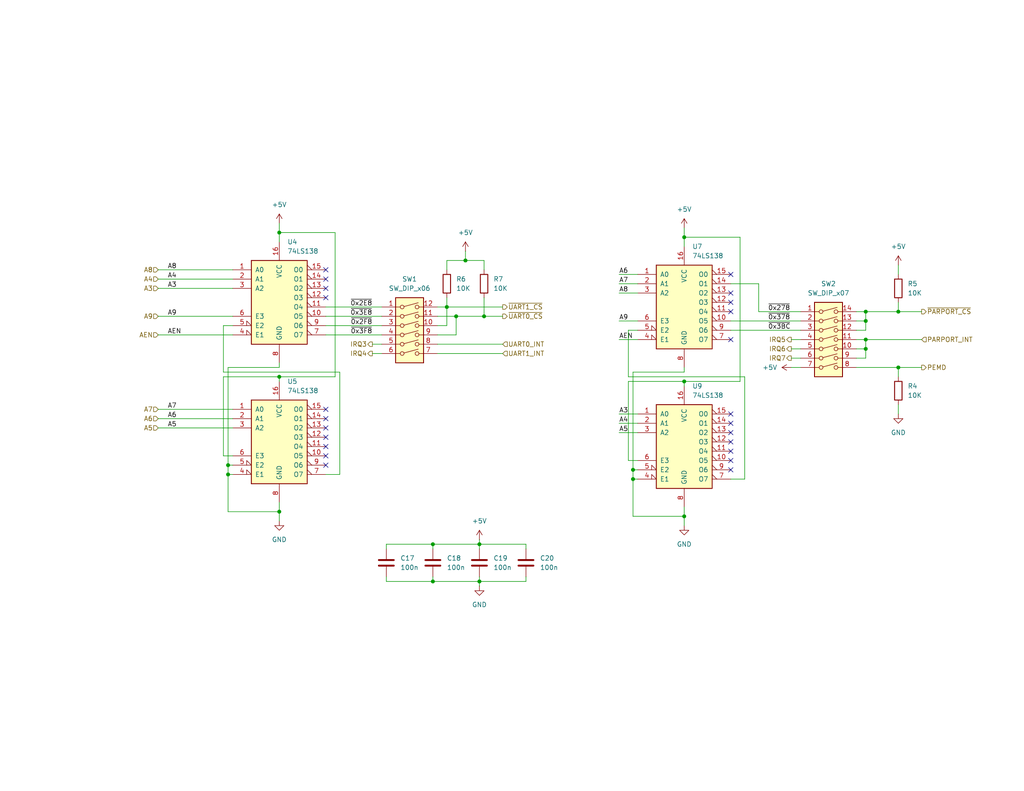
<source format=kicad_sch>
(kicad_sch (version 20231120) (generator "eeschema") (generator_version "8.0")
  (paper "USLetter")
  (lib_symbols
    (symbol "74xx:74LS138" (pin_names (offset 1.016))
      (property "Reference" "U" (at -7.62 11.43 0))
      (property "Value" "74LS138" (at -7.62 -13.97 0))
      (symbol "74LS138_1_0"
        (pin input line (at -12.7 7.62 0) (length 5.08) (name "A0") (number "1"))
        (pin output output_low (at 12.7 -5.08 180) (length 5.08) (name "O5") (number "10"))
        (pin output output_low (at 12.7 -2.54 180) (length 5.08) (name "O4") (number "11"))
        (pin output output_low (at 12.7 0 180) (length 5.08) (name "O3") (number "12"))
        (pin output output_low (at 12.7 2.54 180) (length 5.08) (name "O2") (number "13"))
        (pin output output_low (at 12.7 5.08 180) (length 5.08) (name "O1") (number "14"))
        (pin output output_low (at 12.7 7.62 180) (length 5.08) (name "O0") (number "15"))
        (pin power_in line (at 0 15.24 270) (length 5.08) (name "VCC") (number "16"))
        (pin input line (at -12.7 5.08 0) (length 5.08) (name "A1") (number "2"))
        (pin input line (at -12.7 2.54 0) (length 5.08) (name "A2") (number "3"))
        (pin input input_low (at -12.7 -10.16 0) (length 5.08) (name "E1") (number "4"))
        (pin input input_low (at -12.7 -7.62 0) (length 5.08) (name "E2") (number "5"))
        (pin input line (at -12.7 -5.08 0) (length 5.08) (name "E3") (number "6"))
        (pin output output_low (at 12.7 -10.16 180) (length 5.08) (name "O7") (number "7"))
        (pin power_in line (at 0 -17.78 90) (length 5.08) (name "GND") (number "8"))
        (pin output output_low (at 12.7 -7.62 180) (length 5.08) (name "O6") (number "9"))
      )
      (symbol "74LS138_1_1"
        (rectangle (start -7.62 10.16) (end 7.62 -12.7) (stroke (width 0.254)) (fill (type background)))
      )
    )
    (symbol "Device:C" (pin_numbers hide) (pin_names (offset 0.254))
      (property "Reference" "C" (at 0.635 2.54 0))
      (property "Value" "C" (at 0.635 -2.54 0))
      (symbol "C_0_1"
        (polyline (pts (xy -2.032 -0.762) (xy 2.032 -0.762)) (stroke (width 0.508)))
        (polyline (pts (xy -2.032 0.762) (xy 2.032 0.762)) (stroke (width 0.508)))
      )
      (symbol "C_1_1"
        (pin passive line (at 0 3.81 270) (length 2.794) (name "~") (number "1"))
        (pin passive line (at 0 -3.81 90) (length 2.794) (name "~") (number "2"))
      )
    )
    (symbol "Device:R" (pin_numbers hide) (pin_names (offset 0))
      (property "Reference" "R" (at 2.032 0 90))
      (property "Value" "R" (at 0 0 90))
      (symbol "R_0_1"
        (rectangle (start -1.016 -2.54) (end 1.016 2.54) (stroke (width 0.254)))
      )
      (symbol "R_1_1"
        (pin passive line (at 0 3.81 270) (length 1.27) (name "~") (number "1"))
        (pin passive line (at 0 -3.81 90) (length 1.27) (name "~") (number "2"))
      )
    )
    (symbol "Switch:SW_DIP_x06" (pin_names (offset 0) hide)
      (property "Reference" "SW" (at 0 11.43 0))
      (property "Value" "SW_DIP_x06" (at 0 -8.89 0))
      (symbol "SW_DIP_x06_0_0"
        (circle (center -2.032 -5.08) (radius 0.508))
        (circle (center -2.032 -2.54) (radius 0.508))
        (circle (center -2.032 0) (radius 0.508))
        (circle (center -2.032 2.54) (radius 0.508))
        (circle (center -2.032 5.08) (radius 0.508))
        (circle (center -2.032 7.62) (radius 0.508))
        (polyline (pts (xy -1.524 -4.9276) (xy 2.3622 -3.8862)))
        (polyline (pts (xy -1.524 -2.3876) (xy 2.3622 -1.3462)))
        (polyline (pts (xy -1.524 0.127) (xy 2.3622 1.1684)))
        (polyline (pts (xy -1.524 2.667) (xy 2.3622 3.7084)))
        (polyline (pts (xy -1.524 5.207) (xy 2.3622 6.2484)))
        (polyline (pts (xy -1.524 7.747) (xy 2.3622 8.7884)))
        (circle (center 2.032 -5.08) (radius 0.508))
        (circle (center 2.032 -2.54) (radius 0.508))
        (circle (center 2.032 0) (radius 0.508))
        (circle (center 2.032 2.54) (radius 0.508))
        (circle (center 2.032 5.08) (radius 0.508))
        (circle (center 2.032 7.62) (radius 0.508))
      )
      (symbol "SW_DIP_x06_0_1"
        (rectangle (start -3.81 10.16) (end 3.81 -7.62) (stroke (width 0.254)) (fill (type background)))
      )
      (symbol "SW_DIP_x06_1_1"
        (pin passive line (at -7.62 7.62 0) (length 5.08) (name "~") (number "1"))
        (pin passive line (at 7.62 2.54 180) (length 5.08) (name "~") (number "10"))
        (pin passive line (at 7.62 5.08 180) (length 5.08) (name "~") (number "11"))
        (pin passive line (at 7.62 7.62 180) (length 5.08) (name "~") (number "12"))
        (pin passive line (at -7.62 5.08 0) (length 5.08) (name "~") (number "2"))
        (pin passive line (at -7.62 2.54 0) (length 5.08) (name "~") (number "3"))
        (pin passive line (at -7.62 0 0) (length 5.08) (name "~") (number "4"))
        (pin passive line (at -7.62 -2.54 0) (length 5.08) (name "~") (number "5"))
        (pin passive line (at -7.62 -5.08 0) (length 5.08) (name "~") (number "6"))
        (pin passive line (at 7.62 -5.08 180) (length 5.08) (name "~") (number "7"))
        (pin passive line (at 7.62 -2.54 180) (length 5.08) (name "~") (number "8"))
        (pin passive line (at 7.62 0 180) (length 5.08) (name "~") (number "9"))
      )
    )
    (symbol "Switch:SW_DIP_x07" (pin_names (offset 0) hide)
      (property "Reference" "SW" (at 0 11.43 0))
      (property "Value" "SW_DIP_x07" (at 0 -11.43 0))
      (symbol "SW_DIP_x07_0_0"
        (circle (center -2.032 -7.62) (radius 0.508))
        (circle (center -2.032 -5.08) (radius 0.508))
        (circle (center -2.032 -2.54) (radius 0.508))
        (circle (center -2.032 0) (radius 0.508))
        (circle (center -2.032 2.54) (radius 0.508))
        (circle (center -2.032 5.08) (radius 0.508))
        (circle (center -2.032 7.62) (radius 0.508))
        (polyline (pts (xy -1.524 -7.4676) (xy 2.3622 -6.4262)))
        (polyline (pts (xy -1.524 -4.9276) (xy 2.3622 -3.8862)))
        (polyline (pts (xy -1.524 -2.413) (xy 2.3622 -1.3716)))
        (polyline (pts (xy -1.524 0.127) (xy 2.3622 1.1684)))
        (polyline (pts (xy -1.524 2.667) (xy 2.3622 3.7084)))
        (polyline (pts (xy -1.524 5.207) (xy 2.3622 6.2484)))
        (polyline (pts (xy -1.524 7.747) (xy 2.3622 8.7884)))
        (circle (center 2.032 -7.62) (radius 0.508))
        (circle (center 2.032 -5.08) (radius 0.508))
        (circle (center 2.032 -2.54) (radius 0.508))
        (circle (center 2.032 0) (radius 0.508))
        (circle (center 2.032 2.54) (radius 0.508))
        (circle (center 2.032 5.08) (radius 0.508))
        (circle (center 2.032 7.62) (radius 0.508))
      )
      (symbol "SW_DIP_x07_0_1"
        (rectangle (start -3.81 10.16) (end 3.81 -10.16) (stroke (width 0.254)) (fill (type background)))
      )
      (symbol "SW_DIP_x07_1_1"
        (pin passive line (at -7.62 7.62 0) (length 5.08) (name "~") (number "1"))
        (pin passive line (at 7.62 -2.54 180) (length 5.08) (name "~") (number "10"))
        (pin passive line (at 7.62 0 180) (length 5.08) (name "~") (number "11"))
        (pin passive line (at 7.62 2.54 180) (length 5.08) (name "~") (number "12"))
        (pin passive line (at 7.62 5.08 180) (length 5.08) (name "~") (number "13"))
        (pin passive line (at 7.62 7.62 180) (length 5.08) (name "~") (number "14"))
        (pin passive line (at -7.62 5.08 0) (length 5.08) (name "~") (number "2"))
        (pin passive line (at -7.62 2.54 0) (length 5.08) (name "~") (number "3"))
        (pin passive line (at -7.62 0 0) (length 5.08) (name "~") (number "4"))
        (pin passive line (at -7.62 -2.54 0) (length 5.08) (name "~") (number "5"))
        (pin passive line (at -7.62 -5.08 0) (length 5.08) (name "~") (number "6"))
        (pin passive line (at -7.62 -7.62 0) (length 5.08) (name "~") (number "7"))
        (pin passive line (at 7.62 -7.62 180) (length 5.08) (name "~") (number "8"))
        (pin passive line (at 7.62 -5.08 180) (length 5.08) (name "~") (number "9"))
      )
    )
    (symbol "power:+5V" (power) (pin_numbers hide) (pin_names (offset 0) hide)
      (property "Value" "+5V" (at 0 3.556 0))
      (symbol "+5V_0_1"
        (polyline (pts (xy -0.762 1.27) (xy 0 2.54)))
        (polyline (pts (xy 0 0) (xy 0 2.54)))
        (polyline (pts (xy 0 2.54) (xy 0.762 1.27)))
      )
      (symbol "+5V_1_1"
        (pin power_in line (at 0 0 90) (length 0) (name "~") (number "1"))
      )
    )
    (symbol "power:GND" (power) (pin_numbers hide) (pin_names (offset 0) hide)
      (property "Value" "GND" (at 0 -3.81 0))
      (symbol "GND_0_1"
        (polyline (pts (xy 0 0) (xy 0 -1.27) (xy 1.27 -1.27) (xy 0 -2.54) (xy -1.27 -1.27) (xy 0 -1.27)))
      )
      (symbol "GND_1_1"
        (pin power_in line (at 0 0 270) (length 0) (name "~") (number "1"))
      )
    )
  )
  (junction (at 186.69 64.77))
  (junction (at 62.23 129.54))
  (junction (at 245.11 85.09))
  (junction (at 236.22 87.63))
  (junction (at 76.2 63.5))
  (junction (at 245.11 100.33))
  (junction (at 186.69 140.97))
  (junction (at 172.72 128.27))
  (junction (at 236.22 85.09))
  (junction (at 76.2 102.87))
  (junction (at 130.81 158.75))
  (junction (at 118.11 158.75))
  (junction (at 130.81 148.59))
  (junction (at 76.2 139.7))
  (junction (at 127 71.12))
  (junction (at 132.08 86.36))
  (junction (at 121.92 83.82))
  (junction (at 236.22 92.71))
  (junction (at 118.11 148.59))
  (junction (at 236.22 95.25))
  (junction (at 124.46 86.36))
  (junction (at 186.69 104.14))
  (junction (at 172.72 130.81))
  (junction (at 62.23 127))
  (no_connect (at 88.9 127))
  (no_connect (at 199.39 82.55))
  (no_connect (at 88.9 78.74))
  (no_connect (at 88.9 81.28))
  (no_connect (at 199.39 118.11))
  (no_connect (at 88.9 124.46))
  (no_connect (at 199.39 92.71))
  (no_connect (at 88.9 121.92))
  (no_connect (at 199.39 125.73))
  (no_connect (at 88.9 111.76))
  (no_connect (at 199.39 115.57))
  (no_connect (at 88.9 116.84))
  (no_connect (at 199.39 123.19))
  (no_connect (at 88.9 73.66))
  (no_connect (at 88.9 119.38))
  (no_connect (at 199.39 80.01))
  (no_connect (at 199.39 128.27))
  (no_connect (at 199.39 85.09))
  (no_connect (at 88.9 76.2))
  (no_connect (at 88.9 114.3))
  (no_connect (at 199.39 120.65))
  (no_connect (at 199.39 113.03))
  (no_connect (at 199.39 74.93))
  (wire (pts (xy 201.93 104.14) (xy 186.69 104.14)))
  (wire (pts (xy 91.44 63.5) (xy 76.2 63.5)))
  (wire (pts (xy 172.72 128.27) (xy 173.99 128.27)))
  (wire (pts (xy 62.23 127) (xy 62.23 129.54)))
  (wire (pts (xy 121.92 71.12) (xy 121.92 73.66)))
  (wire (pts (xy 43.18 91.44) (xy 63.5 91.44)))
  (wire (pts (xy 63.5 88.9) (xy 60.96 88.9)))
  (wire (pts (xy 43.18 111.76) (xy 63.5 111.76)))
  (wire (pts (xy 233.68 87.63) (xy 236.22 87.63)))
  (wire (pts (xy 60.96 124.46) (xy 60.96 102.87)))
  (wire (pts (xy 236.22 90.17) (xy 236.22 87.63)))
  (wire (pts (xy 121.92 81.28) (xy 121.92 83.82)))
  (wire (pts (xy 62.23 100.33) (xy 62.23 127)))
  (wire (pts (xy 127 71.12) (xy 132.08 71.12)))
  (wire (pts (xy 63.5 124.46) (xy 60.96 124.46)))
  (wire (pts (xy 119.38 83.82) (xy 121.92 83.82)))
  (wire (pts (xy 168.91 80.01) (xy 173.99 80.01)))
  (wire (pts (xy 43.18 76.2) (xy 63.5 76.2)))
  (wire (pts (xy 121.92 83.82) (xy 137.16 83.82)))
  (wire (pts (xy 88.9 129.54) (xy 92.71 129.54)))
  (wire (pts (xy 130.81 148.59) (xy 130.81 149.86)))
  (wire (pts (xy 186.69 105.41) (xy 186.69 104.14)))
  (wire (pts (xy 199.39 87.63) (xy 218.44 87.63)))
  (wire (pts (xy 186.69 62.23) (xy 186.69 64.77)))
  (wire (pts (xy 127 68.58) (xy 127 71.12)))
  (wire (pts (xy 233.68 95.25) (xy 236.22 95.25)))
  (wire (pts (xy 62.23 139.7) (xy 76.2 139.7)))
  (wire (pts (xy 168.91 74.93) (xy 173.99 74.93)))
  (wire (pts (xy 43.18 78.74) (xy 63.5 78.74)))
  (wire (pts (xy 119.38 86.36) (xy 124.46 86.36)))
  (wire (pts (xy 43.18 116.84) (xy 63.5 116.84)))
  (wire (pts (xy 118.11 157.48) (xy 118.11 158.75)))
  (wire (pts (xy 124.46 91.44) (xy 119.38 91.44)))
  (wire (pts (xy 101.6 96.52) (xy 104.14 96.52)))
  (wire (pts (xy 92.71 129.54) (xy 92.71 101.6)))
  (wire (pts (xy 168.91 113.03) (xy 173.99 113.03)))
  (wire (pts (xy 172.72 130.81) (xy 173.99 130.81)))
  (wire (pts (xy 168.91 115.57) (xy 173.99 115.57)))
  (wire (pts (xy 186.69 140.97) (xy 186.69 143.51)))
  (wire (pts (xy 233.68 92.71) (xy 236.22 92.71)))
  (wire (pts (xy 236.22 92.71) (xy 251.46 92.71)))
  (wire (pts (xy 245.11 100.33) (xy 251.46 100.33)))
  (wire (pts (xy 168.91 87.63) (xy 173.99 87.63)))
  (wire (pts (xy 130.81 147.32) (xy 130.81 148.59)))
  (wire (pts (xy 121.92 83.82) (xy 121.92 88.9)))
  (wire (pts (xy 76.2 60.96) (xy 76.2 63.5)))
  (wire (pts (xy 245.11 85.09) (xy 251.46 85.09)))
  (wire (pts (xy 245.11 100.33) (xy 245.11 102.87)))
  (wire (pts (xy 124.46 86.36) (xy 124.46 91.44)))
  (wire (pts (xy 43.18 86.36) (xy 63.5 86.36)))
  (wire (pts (xy 245.11 110.49) (xy 245.11 113.03)))
  (wire (pts (xy 60.96 102.87) (xy 76.2 102.87)))
  (wire (pts (xy 215.9 100.33) (xy 218.44 100.33)))
  (wire (pts (xy 168.91 92.71) (xy 173.99 92.71)))
  (wire (pts (xy 62.23 127) (xy 63.5 127)))
  (wire (pts (xy 143.51 148.59) (xy 143.51 149.86)))
  (wire (pts (xy 119.38 93.98) (xy 137.16 93.98)))
  (wire (pts (xy 245.11 82.55) (xy 245.11 85.09)))
  (wire (pts (xy 43.18 114.3) (xy 63.5 114.3)))
  (wire (pts (xy 236.22 85.09) (xy 245.11 85.09)))
  (wire (pts (xy 186.69 101.6) (xy 172.72 101.6)))
  (wire (pts (xy 88.9 88.9) (xy 104.14 88.9)))
  (wire (pts (xy 76.2 100.33) (xy 62.23 100.33)))
  (wire (pts (xy 172.72 130.81) (xy 172.72 128.27)))
  (wire (pts (xy 105.41 148.59) (xy 118.11 148.59)))
  (wire (pts (xy 199.39 130.81) (xy 203.2 130.81)))
  (wire (pts (xy 88.9 86.36) (xy 104.14 86.36)))
  (wire (pts (xy 215.9 97.79) (xy 218.44 97.79)))
  (wire (pts (xy 199.39 90.17) (xy 218.44 90.17)))
  (wire (pts (xy 199.39 77.47) (xy 207.01 77.47)))
  (wire (pts (xy 76.2 63.5) (xy 76.2 66.04)))
  (wire (pts (xy 130.81 148.59) (xy 143.51 148.59)))
  (wire (pts (xy 132.08 81.28) (xy 132.08 86.36)))
  (wire (pts (xy 132.08 86.36) (xy 137.16 86.36)))
  (wire (pts (xy 207.01 77.47) (xy 207.01 85.09)))
  (wire (pts (xy 88.9 83.82) (xy 104.14 83.82)))
  (wire (pts (xy 76.2 102.87) (xy 91.44 102.87)))
  (wire (pts (xy 203.2 130.81) (xy 203.2 102.87)))
  (wire (pts (xy 233.68 85.09) (xy 236.22 85.09)))
  (wire (pts (xy 171.45 102.87) (xy 171.45 90.17)))
  (wire (pts (xy 215.9 95.25) (xy 218.44 95.25)))
  (wire (pts (xy 118.11 158.75) (xy 130.81 158.75)))
  (wire (pts (xy 62.23 129.54) (xy 63.5 129.54)))
  (wire (pts (xy 236.22 95.25) (xy 236.22 92.71)))
  (wire (pts (xy 215.9 92.71) (xy 218.44 92.71)))
  (wire (pts (xy 186.69 138.43) (xy 186.69 140.97)))
  (wire (pts (xy 233.68 97.79) (xy 236.22 97.79)))
  (wire (pts (xy 236.22 97.79) (xy 236.22 95.25)))
  (wire (pts (xy 233.68 90.17) (xy 236.22 90.17)))
  (wire (pts (xy 171.45 90.17) (xy 173.99 90.17)))
  (wire (pts (xy 168.91 77.47) (xy 173.99 77.47)))
  (wire (pts (xy 172.72 101.6) (xy 172.72 128.27)))
  (wire (pts (xy 60.96 88.9) (xy 60.96 101.6)))
  (wire (pts (xy 118.11 148.59) (xy 130.81 148.59)))
  (wire (pts (xy 43.18 73.66) (xy 63.5 73.66)))
  (wire (pts (xy 171.45 125.73) (xy 173.99 125.73)))
  (wire (pts (xy 143.51 158.75) (xy 143.51 157.48)))
  (wire (pts (xy 127 71.12) (xy 121.92 71.12)))
  (wire (pts (xy 245.11 72.39) (xy 245.11 74.93)))
  (wire (pts (xy 76.2 99.06) (xy 76.2 100.33)))
  (wire (pts (xy 186.69 64.77) (xy 186.69 67.31)))
  (wire (pts (xy 92.71 101.6) (xy 60.96 101.6)))
  (wire (pts (xy 172.72 140.97) (xy 172.72 130.81)))
  (wire (pts (xy 171.45 104.14) (xy 171.45 125.73)))
  (wire (pts (xy 76.2 139.7) (xy 76.2 142.24)))
  (wire (pts (xy 186.69 104.14) (xy 171.45 104.14)))
  (wire (pts (xy 121.92 88.9) (xy 119.38 88.9)))
  (wire (pts (xy 118.11 148.59) (xy 118.11 149.86)))
  (wire (pts (xy 233.68 100.33) (xy 245.11 100.33)))
  (wire (pts (xy 130.81 158.75) (xy 130.81 160.02)))
  (wire (pts (xy 130.81 158.75) (xy 143.51 158.75)))
  (wire (pts (xy 130.81 157.48) (xy 130.81 158.75)))
  (wire (pts (xy 105.41 157.48) (xy 105.41 158.75)))
  (wire (pts (xy 236.22 85.09) (xy 236.22 87.63)))
  (wire (pts (xy 76.2 104.14) (xy 76.2 102.87)))
  (wire (pts (xy 168.91 118.11) (xy 173.99 118.11)))
  (wire (pts (xy 186.69 64.77) (xy 201.93 64.77)))
  (wire (pts (xy 124.46 86.36) (xy 132.08 86.36)))
  (wire (pts (xy 62.23 129.54) (xy 62.23 139.7)))
  (wire (pts (xy 186.69 140.97) (xy 172.72 140.97)))
  (wire (pts (xy 132.08 71.12) (xy 132.08 73.66)))
  (wire (pts (xy 201.93 64.77) (xy 201.93 104.14)))
  (wire (pts (xy 207.01 85.09) (xy 218.44 85.09)))
  (wire (pts (xy 105.41 148.59) (xy 105.41 149.86)))
  (wire (pts (xy 203.2 102.87) (xy 171.45 102.87)))
  (wire (pts (xy 105.41 158.75) (xy 118.11 158.75)))
  (wire (pts (xy 119.38 96.52) (xy 137.16 96.52)))
  (wire (pts (xy 186.69 100.33) (xy 186.69 101.6)))
  (wire (pts (xy 101.6 93.98) (xy 104.14 93.98)))
  (wire (pts (xy 76.2 139.7) (xy 76.2 137.16)))
  (wire (pts (xy 91.44 102.87) (xy 91.44 63.5)))
  (wire (pts (xy 88.9 91.44) (xy 104.14 91.44)))
  (label "AEN" (at 168.91 92.71 0))
  (label "A4" (at 45.72 76.2 0))
  (label "A6" (at 168.91 74.93 0))
  (label "~{0x3BC}" (at 209.55 90.17 0))
  (label "A3" (at 168.91 113.03 0))
  (label "A8" (at 168.91 80.01 0))
  (label "A7" (at 168.91 77.47 0))
  (label "~{0x3F8}" (at 101.6 91.44 180))
  (label "~{0x278}" (at 209.55 85.09 0))
  (label "~{0x2F8}" (at 101.6 88.9 180))
  (label "~{0x2E8}" (at 101.6 83.82 180))
  (label "A4" (at 168.91 115.57 0))
  (label "A9" (at 168.91 87.63 0))
  (label "~{0x378}" (at 209.55 87.63 0))
  (label "A3" (at 45.72 78.74 0))
  (label "A8" (at 45.72 73.66 0))
  (label "A5" (at 168.91 118.11 0))
  (label "AEN" (at 45.72 91.44 0))
  (label "A6" (at 45.72 114.3 0))
  (label "A7" (at 45.72 111.76 0))
  (label "A5" (at 45.72 116.84 0))
  (label "A9" (at 45.72 86.36 0))
  (label "~{0x3E8}" (at 101.6 86.36 180))
  (hierarchical_label "IRQ5" (shape output) (at 215.9 92.71 180))
  (hierarchical_label "A9" (shape input) (at 43.18 86.36 180))
  (hierarchical_label "A6" (shape input) (at 43.18 114.3 180))
  (hierarchical_label "IRQ6" (shape output) (at 215.9 95.25 180))
  (hierarchical_label "A7" (shape input) (at 43.18 111.76 180))
  (hierarchical_label "A3" (shape input) (at 43.18 78.74 180))
  (hierarchical_label "PEMD" (shape output) (at 251.46 100.33 0))
  (hierarchical_label "UART0_INT" (shape input) (at 137.16 93.98 0))
  (hierarchical_label "AEN" (shape input) (at 43.18 91.44 180))
  (hierarchical_label "PARPORT_INT" (shape input) (at 251.46 92.71 0))
  (hierarchical_label "A5" (shape input) (at 43.18 116.84 180))
  (hierarchical_label "IRQ7" (shape output) (at 215.9 97.79 180))
  (hierarchical_label "A4" (shape input) (at 43.18 76.2 180))
  (hierarchical_label "A8" (shape input) (at 43.18 73.66 180))
  (hierarchical_label "IRQ3" (shape output) (at 101.6 93.98 180))
  (hierarchical_label "UART1_INT" (shape input) (at 137.16 96.52 0))
  (hierarchical_label "~{UART0_CS}" (shape output) (at 137.16 86.36 0))
  (hierarchical_label "~{UART1_CS}" (shape output) (at 137.16 83.82 0))
  (hierarchical_label "~{PARPORT_CS}" (shape output) (at 251.46 85.09 0))
  (hierarchical_label "IRQ4" (shape output) (at 101.6 96.52 180))
  (symbol (lib_id "Device:C") (at 143.51 153.67 0) (unit 1)
    (property "Reference" "C20" (at 147.32 152.3999 0) (effects (justify left)))
    (property "Value" "100n" (at 147.32 154.9399 0) (effects (justify left)))
    (property "Footprint" "Capacitor_SMD:C_0603_1608Metric_Pad1.08x0.95mm_HandSolder" (effects (hide yes)))
    (property "Description" "Unpolarized capacitor" (effects (hide yes)))
  )
  (symbol (lib_id "Switch:SW_DIP_x06") (at 111.76 91.44 0) (unit 1)
    (property "Reference" "SW1" (at 111.76 76.2 0))
    (property "Value" "SW_DIP_x06" (at 111.76 78.74 0))
    (property "Description" "6x DIP Switch, Single Pole Single Throw (SPST) switch, small symbol" (effects (hide yes)))
  )
  (symbol (lib_id "power:GND") (at 245.11 113.03 0) (unit 1)
    (property "Reference" "#PWR030" (effects (hide yes)))
    (property "Value" "GND" (at 245.11 118.11 0))
    (property "Description" "Power symbol creates a global label with name \"GND\" , ground" (effects (hide yes)))
  )
  (symbol (lib_id "Device:C") (at 118.11 153.67 0) (unit 1)
    (property "Reference" "C18" (at 121.92 152.3999 0) (effects (justify left)))
    (property "Value" "100n" (at 121.92 154.9399 0) (effects (justify left)))
    (property "Footprint" "Capacitor_SMD:C_0603_1608Metric_Pad1.08x0.95mm_HandSolder" (effects (hide yes)))
    (property "Description" "Unpolarized capacitor" (effects (hide yes)))
  )
  (symbol (lib_id "Device:R") (at 245.11 78.74 0) (unit 1)
    (property "Reference" "R5" (at 247.65 77.4699 0) (effects (justify left)))
    (property "Value" "10K" (at 247.65 80.0099 0) (effects (justify left)))
    (property "Description" "Resistor" (effects (hide yes)))
  )
  (symbol (lib_id "power:+5V") (at 76.2 60.96 0) (unit 1)
    (property "Reference" "#PWR015" (effects (hide yes)))
    (property "Value" "+5V" (at 76.2 55.88 0))
    (property "Description" "Power symbol creates a global label with name \"+5V\"" (effects (hide yes)))
  )
  (symbol (lib_id "Device:R") (at 132.08 77.47 0) (unit 1)
    (property "Reference" "R7" (at 134.62 76.1999 0) (effects (justify left)))
    (property "Value" "10K" (at 134.62 78.7399 0) (effects (justify left)))
    (property "Description" "Resistor" (effects (hide yes)))
  )
  (symbol (lib_id "power:+5V") (at 215.9 100.33 90) (unit 1)
    (property "Reference" "#PWR029" (effects (hide yes)))
    (property "Value" "+5V" (at 212.09 100.3299 90) (effects (justify left)))
    (property "Description" "Power symbol creates a global label with name \"+5V\"" (effects (hide yes)))
  )
  (symbol (lib_id "Device:C") (at 105.41 153.67 0) (unit 1)
    (property "Reference" "C17" (at 109.22 152.3999 0) (effects (justify left)))
    (property "Value" "100n" (at 109.22 154.9399 0) (effects (justify left)))
    (property "Footprint" "Capacitor_SMD:C_0603_1608Metric_Pad1.08x0.95mm_HandSolder" (effects (hide yes)))
    (property "Description" "Unpolarized capacitor" (effects (hide yes)))
  )
  (symbol (lib_id "power:+5V") (at 245.11 72.39 0) (unit 1)
    (property "Reference" "#PWR031" (effects (hide yes)))
    (property "Value" "+5V" (at 245.11 67.31 0))
    (property "Description" "Power symbol creates a global label with name \"+5V\"" (effects (hide yes)))
  )
  (symbol (lib_id "74xx:74LS138") (at 76.2 119.38 0) (unit 1)
    (property "Reference" "U5" (at 78.3941 104.14 0) (effects (justify left)))
    (property "Value" "74LS138" (at 78.3941 106.68 0) (effects (justify left)))
    (property "Footprint" "Package_DIP:DIP-16_W7.62mm" (effects (hide yes)))
    (property "Datasheet" "http://www.ti.com/lit/gpn/sn74LS138" (effects (hide yes)))
    (property "Description" "Decoder 3 to 8 active low outputs" (effects (hide yes)))
  )
  (symbol (lib_id "74xx:74LS138") (at 186.69 82.55 0) (unit 1)
    (property "Reference" "U7" (at 188.8841 67.31 0) (effects (justify left)))
    (property "Value" "74LS138" (at 188.8841 69.85 0) (effects (justify left)))
    (property "Footprint" "Package_DIP:DIP-16_W7.62mm" (effects (hide yes)))
    (property "Datasheet" "http://www.ti.com/lit/gpn/sn74LS138" (effects (hide yes)))
    (property "Description" "Decoder 3 to 8 active low outputs" (effects (hide yes)))
  )
  (symbol (lib_id "74xx:74LS138") (at 76.2 81.28 0) (unit 1)
    (property "Reference" "U4" (at 78.3941 66.04 0) (effects (justify left)))
    (property "Value" "74LS138" (at 78.3941 68.58 0) (effects (justify left)))
    (property "Footprint" "Package_DIP:DIP-16_W7.62mm" (effects (hide yes)))
    (property "Datasheet" "http://www.ti.com/lit/gpn/sn74LS138" (effects (hide yes)))
    (property "Description" "Decoder 3 to 8 active low outputs" (effects (hide yes)))
  )
  (symbol (lib_id "power:GND") (at 76.2 142.24 0) (unit 1)
    (property "Reference" "#PWR016" (effects (hide yes)))
    (property "Value" "GND" (at 76.2 147.32 0))
    (property "Description" "Power symbol creates a global label with name \"GND\" , ground" (effects (hide yes)))
  )
  (symbol (lib_id "power:+5V") (at 130.81 147.32 0) (unit 1)
    (property "Reference" "#PWR035" (effects (hide yes)))
    (property "Value" "+5V" (at 130.81 142.24 0))
    (property "Description" "Power symbol creates a global label with name \"+5V\"" (effects (hide yes)))
  )
  (symbol (lib_id "power:+5V") (at 186.69 62.23 0) (unit 1)
    (property "Reference" "#PWR033" (effects (hide yes)))
    (property "Value" "+5V" (at 186.69 57.15 0))
    (property "Description" "Power symbol creates a global label with name \"+5V\"" (effects (hide yes)))
  )
  (symbol (lib_id "Switch:SW_DIP_x07") (at 226.06 92.71 0) (unit 1)
    (property "Reference" "SW2" (at 226.06 77.47 0))
    (property "Value" "SW_DIP_x07" (at 226.06 80.01 0))
    (property "Description" "7x DIP Switch, Single Pole Single Throw (SPST) switch, small symbol" (effects (hide yes)))
  )
  (symbol (lib_id "74xx:74LS138") (at 186.69 120.65 0) (unit 1)
    (property "Reference" "U9" (at 188.8841 105.41 0) (effects (justify left)))
    (property "Value" "74LS138" (at 188.8841 107.95 0) (effects (justify left)))
    (property "Footprint" "Package_DIP:DIP-16_W7.62mm" (effects (hide yes)))
    (property "Datasheet" "http://www.ti.com/lit/gpn/sn74LS138" (effects (hide yes)))
    (property "Description" "Decoder 3 to 8 active low outputs" (effects (hide yes)))
  )
  (symbol (lib_id "Device:R") (at 121.92 77.47 0) (unit 1)
    (property "Reference" "R6" (at 124.46 76.1999 0) (effects (justify left)))
    (property "Value" "10K" (at 124.46 78.7399 0) (effects (justify left)))
    (property "Description" "Resistor" (effects (hide yes)))
  )
  (symbol (lib_id "Device:C") (at 130.81 153.67 0) (unit 1)
    (property "Reference" "C19" (at 134.62 152.3999 0) (effects (justify left)))
    (property "Value" "100n" (at 134.62 154.9399 0) (effects (justify left)))
    (property "Footprint" "Capacitor_SMD:C_0603_1608Metric_Pad1.08x0.95mm_HandSolder" (effects (hide yes)))
    (property "Description" "Unpolarized capacitor" (effects (hide yes)))
  )
  (symbol (lib_id "power:+5V") (at 127 68.58 0) (unit 1)
    (property "Reference" "#PWR032" (effects (hide yes)))
    (property "Value" "+5V" (at 127 63.5 0))
    (property "Description" "Power symbol creates a global label with name \"+5V\"" (effects (hide yes)))
  )
  (symbol (lib_id "power:GND") (at 130.81 160.02 0) (unit 1)
    (property "Reference" "#PWR036" (effects (hide yes)))
    (property "Value" "GND" (at 130.81 165.1 0))
    (property "Description" "Power symbol creates a global label with name \"GND\" , ground" (effects (hide yes)))
  )
  (symbol (lib_id "Device:R") (at 245.11 106.68 0) (unit 1)
    (property "Reference" "R4" (at 247.65 105.4099 0) (effects (justify left)))
    (property "Value" "10K" (at 247.65 107.9499 0) (effects (justify left)))
    (property "Description" "Resistor" (effects (hide yes)))
  )
  (symbol (lib_id "power:GND") (at 186.69 143.51 0) (unit 1)
    (property "Reference" "#PWR034" (effects (hide yes)))
    (property "Value" "GND" (at 186.69 148.59 0))
    (property "Description" "Power symbol creates a global label with name \"GND\" , ground" (effects (hide yes)))
  )
)
</source>
